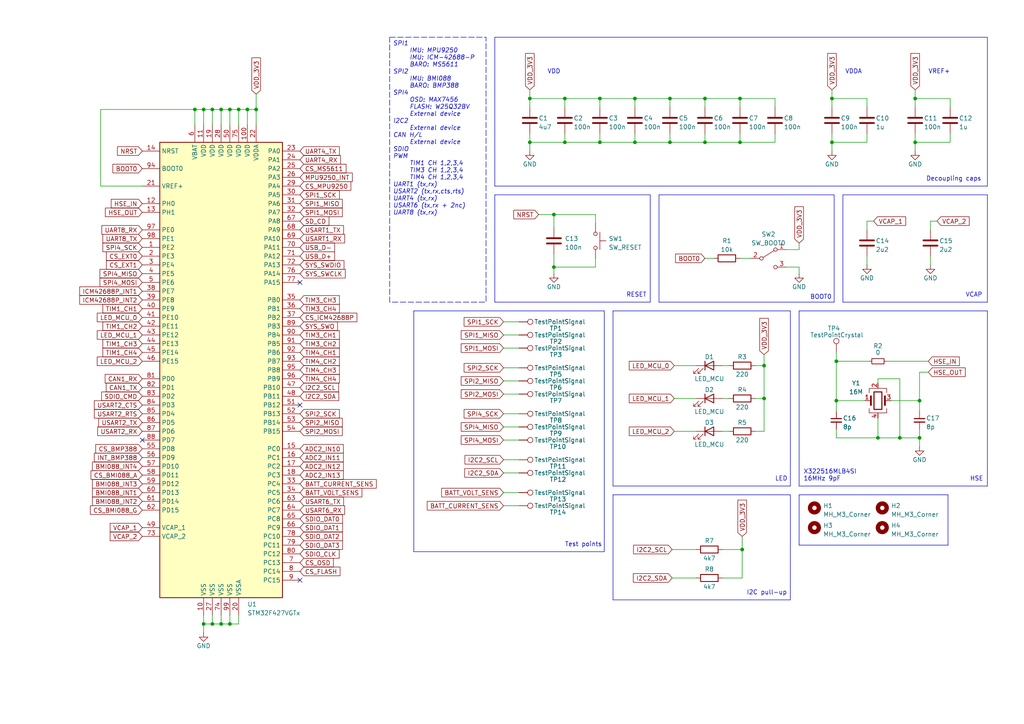
<source format=kicad_sch>
(kicad_sch (version 20230121) (generator eeschema)
  (paper "A4")
  (title_block (title "Royal Penguin") (date "2023-05-23") (rev "2.0") (company "Aerokitties"))
  (lib_symbols
    (symbol "Connector:TestPoint" (pin_numbers hide) (pin_names (offset 0.762) hide)
      (property "Reference" "TP" (at 0 6.858 0))
      (property "Value" "TestPoint" (at 0 5.08 0))
      (symbol "TestPoint_1_1"
        (pin passive line (at 0 0 90) (length 2.54) (name "1") (number "1"))
      )
    )
    (symbol "Device:C" (pin_numbers hide) (pin_names (offset 0.254))
      (property "Reference" "C" (at 0.635 2.54 0))
      (property "Value" "C" (at 0.635 -2.54 0))
      (symbol "C_1_1"
        (pin passive line (at 0 3.81 270) (length 2.794) (name "~") (number "1"))
        (pin passive line (at 0 -3.81 90) (length 2.794) (name "~") (number "2"))
      )
    )
    (symbol "Device:C_Small" (pin_numbers hide) (pin_names (offset 0.254) hide)
      (property "Reference" "C" (at 0.254 1.778 0))
      (property "Value" "C_Small" (at 0.254 -2.032 0))
      (symbol "C_Small_1_1"
        (pin passive line (at 0 2.54 270) (length 2.032) (name "~") (number "1"))
        (pin passive line (at 0 -2.54 90) (length 2.032) (name "~") (number "2"))
      )
    )
    (symbol "Device:Crystal_GND24" (pin_names (offset 1.016) hide)
      (property "Reference" "Y" (at 3.175 5.08 0))
      (property "Value" "Crystal_GND24" (at 3.175 3.175 0))
      (symbol "Crystal_GND24_1_1"
        (pin passive line (at -3.81 0 0) (length 1.27) (name "1") (number "1"))
        (pin passive line (at 0 5.08 270) (length 1.27) (name "2") (number "2"))
        (pin passive line (at 3.81 0 180) (length 1.27) (name "3") (number "3"))
        (pin passive line (at 0 -5.08 90) (length 1.27) (name "4") (number "4"))
      )
    )
    (symbol "Device:LED" (pin_numbers hide) (pin_names (offset 1.016) hide)
      (property "Reference" "D" (at 0 2.54 0))
      (property "Value" "LED" (at 0 -2.54 0))
      (symbol "LED_1_1"
        (pin passive line (at -3.81 0 0) (length 2.54) (name "K") (number "1"))
        (pin passive line (at 3.81 0 180) (length 2.54) (name "A") (number "2"))
      )
    )
    (symbol "Device:R" (pin_numbers hide) (pin_names (offset 0))
      (property "Reference" "R" (at 2.032 0 90))
      (property "Value" "R" (at 0 0 90))
      (symbol "R_1_1"
        (pin passive line (at 0 3.81 270) (length 1.27) (name "~") (number "1"))
        (pin passive line (at 0 -3.81 90) (length 1.27) (name "~") (number "2"))
      )
    )
    (symbol "Device:R_Small" (pin_numbers hide) (pin_names (offset 0.254) hide)
      (property "Reference" "R" (at 0.762 0.508 0))
      (property "Value" "R_Small" (at 0.762 -1.016 0))
      (symbol "R_Small_1_1"
        (pin passive line (at 0 2.54 270) (length 0.762) (name "~") (number "1"))
        (pin passive line (at 0 -2.54 90) (length 0.762) (name "~") (number "2"))
      )
    )
    (symbol "MCU_ST_STM32F4:STM32F427VGTx"
      (property "Reference" "U2" (at 7.62 -67.945 0))
      (property "Value" "STM32F427VGTx" (at 7.62 -70.485 0))
      (symbol "STM32F427VGTx_1_1"
        (pin bidirectional line (at -22.86 35.56 0) (length 5.08) (name "PE2") (number "1"))
        (pin power_in line (at -5.08 -71.12 90) (length 5.08) (name "VSS") (number "10"))
        (pin power_in line (at 7.62 71.12 270) (length 5.08) (name "VDD") (number "100"))
        (pin power_in line (at -5.08 71.12 270) (length 5.08) (name "VDD") (number "11"))
        (pin bidirectional line (at -22.86 48.26 0) (length 5.08) (name "PH0") (number "12"))
        (pin bidirectional line (at -22.86 45.72 0) (length 5.08) (name "PH1") (number "13"))
        (pin input line (at -22.86 63.5 0) (length 5.08) (name "NRST") (number "14"))
        (pin bidirectional line (at 22.86 -22.86 180) (length 5.08) (name "PC0") (number "15"))
        (pin bidirectional line (at 22.86 -25.4 180) (length 5.08) (name "PC1") (number "16"))
        (pin bidirectional line (at 22.86 -27.94 180) (length 5.08) (name "PC2") (number "17"))
        (pin bidirectional line (at 22.86 -30.48 180) (length 5.08) (name "PC3") (number "18"))
        (pin power_in line (at -2.54 71.12 270) (length 5.08) (name "VDD") (number "19"))
        (pin bidirectional line (at -22.86 33.02 0) (length 5.08) (name "PE3") (number "2"))
        (pin power_in line (at 5.08 -71.12 90) (length 5.08) (name "VSSA") (number "20"))
        (pin input line (at -22.86 53.34 0) (length 5.08) (name "VREF+") (number "21"))
        (pin power_in line (at 10.16 71.12 270) (length 5.08) (name "VDDA") (number "22"))
        (pin bidirectional line (at 22.86 63.5 180) (length 5.08) (name "PA0") (number "23"))
        (pin bidirectional line (at 22.86 60.96 180) (length 5.08) (name "PA1") (number "24"))
        (pin bidirectional line (at 22.86 58.42 180) (length 5.08) (name "PA2") (number "25"))
        (pin bidirectional line (at 22.86 55.88 180) (length 5.08) (name "PA3") (number "26"))
        (pin power_in line (at -2.54 -71.12 90) (length 5.08) (name "VSS") (number "27"))
        (pin power_in line (at 0 71.12 270) (length 5.08) (name "VDD") (number "28"))
        (pin bidirectional line (at 22.86 53.34 180) (length 5.08) (name "PA4") (number "29"))
        (pin bidirectional line (at -22.86 30.48 0) (length 5.08) (name "PE4") (number "3"))
        (pin bidirectional line (at 22.86 50.8 180) (length 5.08) (name "PA5") (number "30"))
        (pin bidirectional line (at 22.86 48.26 180) (length 5.08) (name "PA6") (number "31"))
        (pin bidirectional line (at 22.86 45.72 180) (length 5.08) (name "PA7") (number "32"))
        (pin bidirectional line (at 22.86 -33.02 180) (length 5.08) (name "PC4") (number "33"))
        (pin bidirectional line (at 22.86 -35.56 180) (length 5.08) (name "PC5") (number "34"))
        (pin bidirectional line (at 22.86 20.32 180) (length 5.08) (name "PB0") (number "35"))
        (pin bidirectional line (at 22.86 17.78 180) (length 5.08) (name "PB1") (number "36"))
        (pin bidirectional line (at 22.86 15.24 180) (length 5.08) (name "PB2") (number "37"))
        (pin bidirectional line (at -22.86 22.86 0) (length 5.08) (name "PE7") (number "38"))
        (pin bidirectional line (at -22.86 20.32 0) (length 5.08) (name "PE8") (number "39"))
        (pin bidirectional line (at -22.86 27.94 0) (length 5.08) (name "PE5") (number "4"))
        (pin bidirectional line (at -22.86 17.78 0) (length 5.08) (name "PE9") (number "40"))
        (pin bidirectional line (at -22.86 15.24 0) (length 5.08) (name "PE10") (number "41"))
        (pin bidirectional line (at -22.86 12.7 0) (length 5.08) (name "PE11") (number "42"))
        (pin bidirectional line (at -22.86 10.16 0) (length 5.08) (name "PE12") (number "43"))
        (pin bidirectional line (at -22.86 7.62 0) (length 5.08) (name "PE13") (number "44"))
        (pin bidirectional line (at -22.86 5.08 0) (length 5.08) (name "PE14") (number "45"))
        (pin bidirectional line (at -22.86 2.54 0) (length 5.08) (name "PE15") (number "46"))
        (pin bidirectional line (at 22.86 -5.08 180) (length 5.08) (name "PB10") (number "47"))
        (pin bidirectional line (at 22.86 -7.62 180) (length 5.08) (name "PB11") (number "48"))
        (pin power_out line (at -22.86 -45.72 0) (length 5.08) (name "VCAP_1") (number "49"))
        (pin bidirectional line (at -22.86 25.4 0) (length 5.08) (name "PE6") (number "5"))
        (pin power_in line (at 2.54 71.12 270) (length 5.08) (name "VDD") (number "50"))
        (pin bidirectional line (at 22.86 -10.16 180) (length 5.08) (name "PB12") (number "51"))
        (pin bidirectional line (at 22.86 -12.7 180) (length 5.08) (name "PB13") (number "52"))
        (pin bidirectional line (at 22.86 -15.24 180) (length 5.08) (name "PB14") (number "53"))
        (pin bidirectional line (at 22.86 -17.78 180) (length 5.08) (name "PB15") (number "54"))
        (pin bidirectional line (at -22.86 -22.86 0) (length 5.08) (name "PD8") (number "55"))
        (pin bidirectional line (at -22.86 -25.4 0) (length 5.08) (name "PD9") (number "56"))
        (pin bidirectional line (at -22.86 -27.94 0) (length 5.08) (name "PD10") (number "57"))
        (pin bidirectional line (at -22.86 -30.48 0) (length 5.08) (name "PD11") (number "58"))
        (pin bidirectional line (at -22.86 -33.02 0) (length 5.08) (name "PD12") (number "59"))
        (pin power_in line (at -7.62 71.12 270) (length 5.08) (name "VBAT") (number "6"))
        (pin bidirectional line (at -22.86 -35.56 0) (length 5.08) (name "PD13") (number "60"))
        (pin bidirectional line (at -22.86 -38.1 0) (length 5.08) (name "PD14") (number "61"))
        (pin bidirectional line (at -22.86 -40.64 0) (length 5.08) (name "PD15") (number "62"))
        (pin bidirectional line (at 22.86 -38.1 180) (length 5.08) (name "PC6") (number "63"))
        (pin bidirectional line (at 22.86 -40.64 180) (length 5.08) (name "PC7") (number "64"))
        (pin bidirectional line (at 22.86 -43.18 180) (length 5.08) (name "PC8") (number "65"))
        (pin bidirectional line (at 22.86 -45.72 180) (length 5.08) (name "PC9") (number "66"))
        (pin bidirectional line (at 22.86 43.18 180) (length 5.08) (name "PA8") (number "67"))
        (pin bidirectional line (at 22.86 40.64 180) (length 5.08) (name "PA9") (number "68"))
        (pin bidirectional line (at 22.86 38.1 180) (length 5.08) (name "PA10") (number "69"))
        (pin bidirectional line (at 22.86 -55.88 180) (length 5.08) (name "PC13") (number "7"))
        (pin bidirectional line (at 22.86 35.56 180) (length 5.08) (name "PA11") (number "70"))
        (pin bidirectional line (at 22.86 33.02 180) (length 5.08) (name "PA12") (number "71"))
        (pin bidirectional line (at 22.86 30.48 180) (length 5.08) (name "PA13") (number "72"))
        (pin power_out line (at -22.86 -48.26 0) (length 5.08) (name "VCAP_2") (number "73"))
        (pin power_in line (at 0 -71.12 90) (length 5.08) (name "VSS") (number "74"))
        (pin power_in line (at 5.08 71.12 270) (length 5.08) (name "VDD") (number "75"))
        (pin bidirectional line (at 22.86 27.94 180) (length 5.08) (name "PA14") (number "76"))
        (pin bidirectional line (at 22.86 25.4 180) (length 5.08) (name "PA15") (number "77"))
        (pin bidirectional line (at 22.86 -48.26 180) (length 5.08) (name "PC10") (number "78"))
        (pin bidirectional line (at 22.86 -50.8 180) (length 5.08) (name "PC11") (number "79"))
        (pin bidirectional line (at 22.86 -58.42 180) (length 5.08) (name "PC14") (number "8"))
        (pin bidirectional line (at 22.86 -53.34 180) (length 5.08) (name "PC12") (number "80"))
        (pin bidirectional line (at -22.86 -2.54 0) (length 5.08) (name "PD0") (number "81"))
        (pin bidirectional line (at -22.86 -5.08 0) (length 5.08) (name "PD1") (number "82"))
        (pin bidirectional line (at -22.86 -7.62 0) (length 5.08) (name "PD2") (number "83"))
        (pin bidirectional line (at -22.86 -10.16 0) (length 5.08) (name "PD3") (number "84"))
        (pin bidirectional line (at -22.86 -12.7 0) (length 5.08) (name "PD4") (number "85"))
        (pin bidirectional line (at -22.86 -15.24 0) (length 5.08) (name "PD5") (number "86"))
        (pin bidirectional line (at -22.86 -17.78 0) (length 5.08) (name "PD6") (number "87"))
        (pin bidirectional line (at -22.86 -20.32 0) (length 5.08) (name "PD7") (number "88"))
        (pin bidirectional line (at 22.86 12.7 180) (length 5.08) (name "PB3") (number "89"))
        (pin bidirectional line (at 22.86 -60.96 180) (length 5.08) (name "PC15") (number "9"))
        (pin bidirectional line (at 22.86 10.16 180) (length 5.08) (name "PB4") (number "90"))
        (pin bidirectional line (at 22.86 7.62 180) (length 5.08) (name "PB5") (number "91"))
        (pin bidirectional line (at 22.86 5.08 180) (length 5.08) (name "PB6") (number "92"))
        (pin bidirectional line (at 22.86 2.54 180) (length 5.08) (name "PB7") (number "93"))
        (pin input line (at -22.86 58.42 0) (length 5.08) (name "BOOT0") (number "94"))
        (pin bidirectional line (at 22.86 0 180) (length 5.08) (name "PB8") (number "95"))
        (pin bidirectional line (at 22.86 -2.54 180) (length 5.08) (name "PB9") (number "96"))
        (pin bidirectional line (at -22.86 40.64 0) (length 5.08) (name "PE0") (number "97"))
        (pin bidirectional line (at -22.86 38.1 0) (length 5.08) (name "PE1") (number "98"))
        (pin power_in line (at 2.54 -71.12 90) (length 5.08) (name "VSS") (number "99"))
      )
    )
    (symbol "Mechanical:MountingHole" (pin_names (offset 1.016))
      (property "Reference" "H" (at 0 5.08 0))
      (property "Value" "MountingHole" (at 0 3.175 0))
    )
    (symbol "Switch:SW_Push" (pin_numbers hide) (pin_names (offset 1.016) hide)
      (property "Reference" "SW" (at 1.27 2.54 0))
      (property "Value" "SW_Push" (at 0 -1.524 0))
      (symbol "SW_Push_0_1"
        (pin passive line (at -5.08 0 0) (length 2.54) (name "1") (number "1"))
        (pin passive line (at 5.08 0 180) (length 2.54) (name "2") (number "2"))
      )
    )
    (symbol "Switch:SW_SPDT" (pin_names (offset 0) hide)
      (property "Reference" "SW" (at 0 4.318 0))
      (property "Value" "SW_SPDT" (at 0 -5.08 0))
      (symbol "SW_SPDT_1_1"
        (pin passive line (at 5.08 2.54 180) (length 2.54) (name "A") (number "1"))
        (pin passive line (at -5.08 0 0) (length 2.54) (name "B") (number "2"))
        (pin passive line (at 5.08 -2.54 180) (length 2.54) (name "C") (number "3"))
      )
    )
    (symbol "power:GND" (power) (pin_names (offset 0))
      (property "Value" "GND" (at 0 -3.81 0))
      (symbol "GND_1_1"
        (pin power_in line (at 0 0 270) (length 0) hide (name "GND") (number "1"))
      )
    )
  )
  (junction (at 265.43 28.575))
  (junction (at 221.615 106.045))
  (junction (at 64.135 31.75))
  (junction (at 266.7 127))
  (junction (at 69.215 31.75))
  (junction (at 242.57 116.205))
  (junction (at 260.985 127))
  (junction (at 194.31 28.575))
  (junction (at 214.63 28.575))
  (junction (at 241.3 28.575))
  (junction (at 194.31 41.275))
  (junction (at 66.675 31.75))
  (junction (at 184.15 41.275))
  (junction (at 64.135 180.975))
  (junction (at 160.655 62.23))
  (junction (at 66.675 180.975))
  (junction (at 163.83 41.275))
  (junction (at 254.635 127))
  (junction (at 204.47 41.275))
  (junction (at 214.63 41.275))
  (junction (at 61.595 180.975))
  (junction (at 56.515 31.75))
  (junction (at 265.43 41.275))
  (junction (at 59.055 180.975))
  (junction (at 160.655 77.47))
  (junction (at 61.595 31.75))
  (junction (at 184.15 28.575))
  (junction (at 59.055 31.75))
  (junction (at 204.47 28.575))
  (junction (at 163.83 28.575))
  (junction (at 153.67 41.275))
  (junction (at 242.57 104.775))
  (junction (at 241.3 41.275))
  (junction (at 173.99 28.575))
  (junction (at 153.67 28.575))
  (junction (at 173.99 41.275))
  (junction (at 215.265 159.385))
  (junction (at 74.295 31.75))
  (junction (at 221.615 115.57))
  (junction (at 71.755 31.75))
  (junction (at 266.7 116.205))
  (no_connect (at 86.995 168.275))
  (no_connect (at 41.275 127.635))
  (no_connect (at 86.995 81.915))
  (no_connect (at 86.995 117.475))
  (wire (pts (xy 59.055 31.75) (xy 59.055 36.195)))
  (polyline (pts (xy 188.595 56.515) (xy 188.595 87.63)))
  (wire (pts (xy 69.215 31.75) (xy 69.215 36.195)))
  (polyline (pts (xy 177.8 143.51) (xy 229.235 143.51)))
  (wire (pts (xy 153.67 28.575) (xy 163.83 28.575)))
  (polyline (pts (xy 177.8 143.51) (xy 177.8 173.99)))
  (wire (pts (xy 172.72 77.47) (xy 172.72 74.93)))
  (wire (pts (xy 266.7 116.205) (xy 266.7 119.38)))
  (wire (pts (xy 173.99 38.735) (xy 173.99 41.275)))
  (wire (pts (xy 61.595 180.975) (xy 64.135 180.975)))
  (wire (pts (xy 215.265 155.575) (xy 215.265 159.385)))
  (wire (pts (xy 150.495 93.345) (xy 146.05 93.345)))
  (wire (pts (xy 269.875 64.135) (xy 269.875 66.675)))
  (wire (pts (xy 41.275 53.975) (xy 29.21 53.975)))
  (wire (pts (xy 66.675 180.975) (xy 66.675 178.435)))
  (wire (pts (xy 195.58 115.57) (xy 201.93 115.57)))
  (wire (pts (xy 251.46 38.735) (xy 251.46 41.275)))
  (polyline (pts (xy 241.935 56.515) (xy 191.135 56.515)))
  (wire (pts (xy 258.445 116.205) (xy 266.7 116.205)))
  (wire (pts (xy 172.72 62.23) (xy 172.72 64.77)))
  (wire (pts (xy 153.67 31.115) (xy 153.67 28.575)))
  (wire (pts (xy 153.67 41.275) (xy 153.67 38.735)))
  (wire (pts (xy 224.79 28.575) (xy 224.79 31.115)))
  (wire (pts (xy 265.43 28.575) (xy 275.59 28.575)))
  (wire (pts (xy 71.755 31.75) (xy 74.295 31.75)))
  (wire (pts (xy 150.495 146.685) (xy 146.05 146.685)))
  (wire (pts (xy 241.3 41.275) (xy 241.3 38.735)))
  (wire (pts (xy 204.47 41.275) (xy 194.31 41.275)))
  (polyline (pts (xy 120.015 160.02) (xy 175.26 160.02)))
  (wire (pts (xy 150.495 133.35) (xy 146.05 133.35)))
  (wire (pts (xy 241.3 28.575) (xy 241.3 26.035)))
  (wire (pts (xy 214.63 28.575) (xy 224.79 28.575)))
  (wire (pts (xy 56.515 31.75) (xy 29.21 31.75)))
  (wire (pts (xy 227.965 72.39) (xy 231.775 72.39)))
  (wire (pts (xy 195.58 106.045) (xy 201.93 106.045)))
  (wire (pts (xy 251.46 74.295) (xy 251.46 76.835)))
  (wire (pts (xy 231.775 72.39) (xy 231.775 70.485)))
  (wire (pts (xy 61.595 178.435) (xy 61.595 180.975)))
  (wire (pts (xy 214.63 38.735) (xy 214.63 41.275)))
  (wire (pts (xy 150.495 97.155) (xy 146.05 97.155)))
  (polyline (pts (xy 286.385 10.795) (xy 286.385 53.975)))
  (wire (pts (xy 64.135 180.975) (xy 66.675 180.975)))
  (wire (pts (xy 219.075 115.57) (xy 221.615 115.57)))
  (wire (pts (xy 242.57 127) (xy 254.635 127)))
  (wire (pts (xy 266.7 127) (xy 266.7 129.54)))
  (wire (pts (xy 266.7 116.205) (xy 266.7 107.95)))
  (wire (pts (xy 204.47 38.735) (xy 204.47 41.275)))
  (polyline (pts (xy 286.385 87.63) (xy 244.475 87.63)))
  (wire (pts (xy 163.83 38.735) (xy 163.83 41.275)))
  (polyline (pts (xy 286.385 90.17) (xy 286.385 140.97)))
  (wire (pts (xy 221.615 102.87) (xy 221.615 106.045)))
  (polyline (pts (xy 274.955 158.115) (xy 231.775 158.115)))
  (wire (pts (xy 265.43 41.275) (xy 265.43 38.735)))
  (wire (pts (xy 265.43 31.115) (xy 265.43 28.575)))
  (polyline (pts (xy 143.51 10.795) (xy 286.385 10.795)))
  (wire (pts (xy 184.15 38.735) (xy 184.15 41.275)))
  (wire (pts (xy 224.79 41.275) (xy 214.63 41.275)))
  (wire (pts (xy 160.655 62.23) (xy 160.655 66.04)))
  (polyline (pts (xy 229.235 173.99) (xy 177.8 173.99)))
  (wire (pts (xy 204.47 28.575) (xy 204.47 31.115)))
  (wire (pts (xy 160.655 77.47) (xy 172.72 77.47)))
  (wire (pts (xy 242.57 104.775) (xy 252.095 104.775)))
  (wire (pts (xy 64.135 178.435) (xy 64.135 180.975)))
  (polyline (pts (xy 177.8 90.17) (xy 229.235 90.17)))
  (wire (pts (xy 241.3 43.815) (xy 241.3 41.275)))
  (polyline (pts (xy 175.26 90.17) (xy 175.26 160.02)))
  (wire (pts (xy 156.21 62.23) (xy 160.655 62.23)))
  (wire (pts (xy 209.55 106.045) (xy 211.455 106.045)))
  (polyline (pts (xy 274.955 143.51) (xy 274.955 158.115)))
  (wire (pts (xy 150.495 127.635) (xy 146.05 127.635)))
  (wire (pts (xy 150.495 106.68) (xy 146.05 106.68)))
  (wire (pts (xy 242.57 116.205) (xy 242.57 119.38)))
  (polyline (pts (xy 143.51 56.515) (xy 188.595 56.515)))
  (polyline (pts (xy 241.935 56.515) (xy 241.935 87.63)))
  (polyline (pts (xy 143.51 56.515) (xy 143.51 87.63)))
  (wire (pts (xy 173.99 41.275) (xy 163.83 41.275)))
  (wire (pts (xy 66.675 31.75) (xy 69.215 31.75)))
  (wire (pts (xy 260.985 109.855) (xy 260.985 127)))
  (wire (pts (xy 194.31 38.735) (xy 194.31 41.275)))
  (polyline (pts (xy 244.475 56.515) (xy 286.385 56.515)))
  (wire (pts (xy 242.57 124.46) (xy 242.57 127)))
  (wire (pts (xy 214.63 41.275) (xy 204.47 41.275)))
  (wire (pts (xy 269.875 74.295) (xy 269.875 76.835)))
  (wire (pts (xy 160.655 62.23) (xy 172.72 62.23)))
  (wire (pts (xy 64.135 31.75) (xy 64.135 36.195)))
  (polyline (pts (xy 231.775 90.17) (xy 231.775 140.97)))
  (wire (pts (xy 153.67 28.575) (xy 153.67 26.035)))
  (polyline (pts (xy 286.385 53.975) (xy 143.51 53.975)))
  (wire (pts (xy 254.635 111.125) (xy 254.635 109.855)))
  (polyline (pts (xy 177.8 140.97) (xy 229.235 140.97)))
  (polyline (pts (xy 231.775 140.97) (xy 286.385 140.97)))
  (wire (pts (xy 204.47 74.93) (xy 207.01 74.93)))
  (wire (pts (xy 59.055 180.975) (xy 61.595 180.975)))
  (wire (pts (xy 163.83 28.575) (xy 173.99 28.575)))
  (wire (pts (xy 209.55 115.57) (xy 211.455 115.57)))
  (wire (pts (xy 150.495 110.49) (xy 146.05 110.49)))
  (polyline (pts (xy 286.385 56.515) (xy 286.385 87.63)))
  (wire (pts (xy 221.615 115.57) (xy 221.615 125.095)))
  (wire (pts (xy 254.635 109.855) (xy 260.985 109.855)))
  (wire (pts (xy 59.055 31.75) (xy 61.595 31.75)))
  (wire (pts (xy 275.59 38.735) (xy 275.59 41.275)))
  (wire (pts (xy 221.615 106.045) (xy 221.615 115.57)))
  (wire (pts (xy 251.46 64.135) (xy 251.46 66.675)))
  (wire (pts (xy 153.67 43.815) (xy 153.67 41.275)))
  (wire (pts (xy 242.57 116.205) (xy 250.825 116.205)))
  (wire (pts (xy 71.755 31.75) (xy 71.755 36.195)))
  (wire (pts (xy 160.655 73.66) (xy 160.655 77.47)))
  (wire (pts (xy 195.58 125.095) (xy 201.93 125.095)))
  (wire (pts (xy 194.31 28.575) (xy 194.31 31.115)))
  (wire (pts (xy 275.59 41.275) (xy 265.43 41.275)))
  (wire (pts (xy 214.63 28.575) (xy 214.63 31.115)))
  (wire (pts (xy 275.59 28.575) (xy 275.59 31.115)))
  (wire (pts (xy 184.15 41.275) (xy 173.99 41.275)))
  (wire (pts (xy 173.99 28.575) (xy 173.99 31.115)))
  (wire (pts (xy 194.945 167.64) (xy 201.93 167.64)))
  (wire (pts (xy 59.055 180.975) (xy 59.055 183.515)))
  (wire (pts (xy 254.635 121.285) (xy 254.635 127)))
  (wire (pts (xy 56.515 31.75) (xy 59.055 31.75)))
  (polyline (pts (xy 191.135 56.515) (xy 191.135 87.63)))
  (wire (pts (xy 74.295 27.305) (xy 74.295 31.75)))
  (wire (pts (xy 29.21 31.75) (xy 29.21 53.975)))
  (wire (pts (xy 194.31 41.275) (xy 184.15 41.275)))
  (polyline (pts (xy 120.015 160.02) (xy 120.015 90.17)))
  (wire (pts (xy 61.595 31.75) (xy 64.135 31.75)))
  (wire (pts (xy 260.985 127) (xy 254.635 127)))
  (wire (pts (xy 215.265 167.64) (xy 215.265 159.385)))
  (wire (pts (xy 194.945 159.385) (xy 201.93 159.385)))
  (wire (pts (xy 209.55 159.385) (xy 215.265 159.385)))
  (wire (pts (xy 64.135 31.75) (xy 66.675 31.75)))
  (wire (pts (xy 266.7 124.46) (xy 266.7 127)))
  (wire (pts (xy 150.495 100.965) (xy 146.05 100.965)))
  (wire (pts (xy 150.495 142.875) (xy 146.05 142.875)))
  (wire (pts (xy 150.495 114.3) (xy 146.05 114.3)))
  (wire (pts (xy 260.985 127) (xy 266.7 127)))
  (wire (pts (xy 163.83 28.575) (xy 163.83 31.115)))
  (wire (pts (xy 251.46 28.575) (xy 251.46 31.115)))
  (wire (pts (xy 69.215 178.435) (xy 69.215 180.975)))
  (polyline (pts (xy 229.235 90.17) (xy 229.235 140.97)))
  (wire (pts (xy 184.15 28.575) (xy 194.31 28.575)))
  (polyline (pts (xy 191.135 87.63) (xy 241.935 87.63)))
  (wire (pts (xy 241.3 31.115) (xy 241.3 28.575)))
  (polyline (pts (xy 231.775 143.51) (xy 231.775 158.115)))
  (wire (pts (xy 269.875 64.135) (xy 271.78 64.135)))
  (wire (pts (xy 251.46 64.135) (xy 253.365 64.135)))
  (polyline (pts (xy 177.8 140.97) (xy 177.8 90.17)))
  (wire (pts (xy 209.55 167.64) (xy 215.265 167.64)))
  (wire (pts (xy 150.495 137.16) (xy 146.05 137.16)))
  (wire (pts (xy 251.46 41.275) (xy 241.3 41.275)))
  (wire (pts (xy 241.3 28.575) (xy 251.46 28.575)))
  (wire (pts (xy 219.075 125.095) (xy 221.615 125.095)))
  (wire (pts (xy 219.075 106.045) (xy 221.615 106.045)))
  (wire (pts (xy 69.215 180.975) (xy 66.675 180.975)))
  (wire (pts (xy 150.495 123.825) (xy 146.05 123.825)))
  (polyline (pts (xy 229.235 143.51) (xy 229.235 173.99)))
  (polyline (pts (xy 286.385 90.17) (xy 231.775 90.17)))
  (wire (pts (xy 204.47 28.575) (xy 214.63 28.575)))
  (wire (pts (xy 69.215 31.75) (xy 71.755 31.75)))
  (wire (pts (xy 163.83 41.275) (xy 153.67 41.275)))
  (polyline (pts (xy 188.595 87.63) (xy 143.51 87.63)))
  (wire (pts (xy 59.055 178.435) (xy 59.055 180.975)))
  (wire (pts (xy 184.15 28.575) (xy 184.15 31.115)))
  (wire (pts (xy 194.31 28.575) (xy 204.47 28.575)))
  (wire (pts (xy 214.63 74.93) (xy 217.805 74.93)))
  (wire (pts (xy 242.57 116.205) (xy 242.57 104.775)))
  (wire (pts (xy 160.655 77.47) (xy 160.655 79.375)))
  (wire (pts (xy 209.55 125.095) (xy 211.455 125.095)))
  (wire (pts (xy 224.79 38.735) (xy 224.79 41.275)))
  (wire (pts (xy 257.175 104.775) (xy 269.24 104.775)))
  (polyline (pts (xy 143.51 10.795) (xy 143.51 53.975)))
  (wire (pts (xy 173.99 28.575) (xy 184.15 28.575)))
  (wire (pts (xy 61.595 31.75) (xy 61.595 36.195)))
  (wire (pts (xy 231.775 79.375) (xy 231.775 77.47)))
  (polyline (pts (xy 120.015 90.17) (xy 175.26 90.17)))
  (polyline (pts (xy 231.775 143.51) (xy 274.955 143.51)))
  (wire (pts (xy 266.7 107.95) (xy 269.24 107.95)))
  (wire (pts (xy 56.515 36.195) (xy 56.515 31.75)))
  (wire (pts (xy 242.57 102.235) (xy 242.57 104.775)))
  (polyline (pts (xy 244.475 56.515) (xy 244.475 87.63)))
  (wire (pts (xy 265.43 43.815) (xy 265.43 41.275)))
  (wire (pts (xy 150.495 120.015) (xy 146.05 120.015)))
  (wire (pts (xy 66.675 31.75) (xy 66.675 36.195)))
  (wire (pts (xy 227.965 77.47) (xy 231.775 77.47)))
  (wire (pts (xy 74.295 31.75) (xy 74.295 36.195)))
  (wire (pts (xy 265.43 28.575) (xy 265.43 26.035)))
  (text_box "SPI1\n	IMU: MPU9250\n	IMU: ICM-42688-P\n	BARO: MS5611\nSPI2\n	IMU: BMI088\n	BARO: BMP388\nSPI4\n	OSD: MAX7456\n	FLASH: W25Q32BV\n	External device\nI2C2\n	External device\nCAN H/L\n	External device\nSDIO\nPWM\n	TIM1 CH 1,2,3,4\n	TIM3 CH 1,2,3,4\n	TIM4 CH 1,2,3,4\nUART1 (tx,rx)\nUSART2 (tx,rx,cts,rts)\nUART4 (tx,rx)\nUSART6 (tx,rx + 2nc)\nUART8 (tx,rx)" (at 113.03 10.795 0) (size 27.94 76.835) (stroke (width 0) (type dash)) (effects (font (size 1.27 1.27) italic) (justify left top)))
  (text "Test points" (at 163.83 158.75 0) (effects (font (size 1.27 1.27)) (justify left bottom)))
  (text "HSE \n" (at 281.305 139.7 0) (effects (font (size 1.27 1.27)) (justify left bottom)))
  (text "VCAP" (at 280.035 86.36 0) (effects (font (size 1.27 1.27)) (justify left bottom)))
  (text "BOOT0" (at 234.95 86.995 0) (effects (font (size 1.27 1.27)) (justify left bottom)))
  (text "I2C pull-up" (at 216.535 172.72 0) (effects (font (size 1.27 1.27)) (justify left bottom)))
  (text "X322516MLB4SI\n16MHz 9pF" (at 233.045 139.7 0) (effects (font (size 1.27 1.27)) (justify left bottom)))
  (text "RESET" (at 181.61 86.36 0) (effects (font (size 1.27 1.27)) (justify left bottom)))
  (text "LED" (at 224.79 139.7 0) (effects (font (size 1.27 1.27)) (justify left bottom)))
  (text "VREF+" (at 269.24 21.59 0) (effects (font (size 1.27 1.27)) (justify left bottom)))
  (text "VDD" (at 158.75 21.59 0) (effects (font (size 1.27 1.27)) (justify left bottom)))
  (text "Decoupling caps" (at 268.605 52.705 0) (effects (font (size 1.27 1.27)) (justify left bottom)))
  (text "VDDA" (at 245.11 21.59 0) (effects (font (size 1.27 1.27)) (justify left bottom)))
  (global_label "VDD_3V3" (shape input) (at 231.775 70.485 90) (property "Intersheetrefs" "${INTERSHEET_REFS}" (effects hide)))
  (global_label "HSE_IN" (shape input) (at 269.24 104.775 0) (property "Intersheetrefs" "${INTERSHEET_REFS}" (effects hide)))
  (global_label "ADC2_IN13" (shape input) (at 86.995 137.795 0) (property "Intersheetrefs" "${INTERSHEET_REFS}" (effects hide)))
  (global_label "BOOT0" (shape input) (at 204.47 74.93 180) (property "Intersheetrefs" "${INTERSHEET_REFS}" (effects hide)))
  (global_label "UART4_TX" (shape input) (at 86.995 43.815 0) (property "Intersheetrefs" "${INTERSHEET_REFS}" (effects hide)))
  (global_label "I2C2_SCL" (shape input) (at 194.945 159.385 180) (property "Intersheetrefs" "${INTERSHEET_REFS}" (effects hide)))
  (global_label "SPI4_MOSI" (shape input) (at 41.275 81.915 180) (property "Intersheetrefs" "${INTERSHEET_REFS}" (effects hide)))
  (global_label "SDIO_DAT0" (shape input) (at 86.995 150.495 0) (property "Intersheetrefs" "${INTERSHEET_REFS}" (effects hide)))
  (global_label "BMI088_INT4" (shape input) (at 41.275 135.255 180) (property "Intersheetrefs" "${INTERSHEET_REFS}" (effects hide)))
  (global_label "CS_EXT1" (shape input) (at 41.275 76.835 180) (property "Intersheetrefs" "${INTERSHEET_REFS}" (effects hide)))
  (global_label "CS_BMI088_A" (shape input) (at 41.275 137.795 180) (property "Intersheetrefs" "${INTERSHEET_REFS}" (effects hide)))
  (global_label "VDD_3V3" (shape input) (at 221.615 102.87 90) (property "Intersheetrefs" "${INTERSHEET_REFS}" (effects hide)))
  (global_label "VDD_3V3" (shape input) (at 153.67 26.035 90) (property "Intersheetrefs" "${INTERSHEET_REFS}" (effects hide)))
  (global_label "SPI1_MOSI" (shape input) (at 146.05 100.965 180) (property "Intersheetrefs" "${INTERSHEET_REFS}" (effects hide)))
  (global_label "SPI2_SCK" (shape input) (at 86.995 120.015 0) (property "Intersheetrefs" "${INTERSHEET_REFS}" (effects hide)))
  (global_label "LED_MCU_0" (shape input) (at 195.58 106.045 180) (property "Intersheetrefs" "${INTERSHEET_REFS}" (effects hide)))
  (global_label "VDD_3V3" (shape input) (at 241.3 26.035 90) (property "Intersheetrefs" "${INTERSHEET_REFS}" (effects hide)))
  (global_label "BATT_VOLT_SENS" (shape input) (at 146.05 142.875 180) (property "Intersheetrefs" "${INTERSHEET_REFS}" (effects hide)))
  (global_label "UART8_RX" (shape input) (at 41.275 66.675 180) (property "Intersheetrefs" "${INTERSHEET_REFS}" (effects hide)))
  (global_label "VCAP_2" (shape input) (at 41.275 155.575 180) (property "Intersheetrefs" "${INTERSHEET_REFS}" (effects hide)))
  (global_label "SPI1_MISO" (shape input) (at 146.05 97.155 180) (property "Intersheetrefs" "${INTERSHEET_REFS}" (effects hide)))
  (global_label "LED_MCU_2" (shape input) (at 41.275 104.775 180) (property "Intersheetrefs" "${INTERSHEET_REFS}" (effects hide)))
  (global_label "VDD_3V3" (shape input) (at 74.295 27.305 90) (property "Intersheetrefs" "${INTERSHEET_REFS}" (effects hide)))
  (global_label "SPI2_MOSI" (shape input) (at 146.05 114.3 180) (property "Intersheetrefs" "${INTERSHEET_REFS}" (effects hide)))
  (global_label "USART2_CTS" (shape input) (at 41.275 117.475 180) (property "Intersheetrefs" "${INTERSHEET_REFS}" (effects hide)))
  (global_label "BATT_CURRENT_SENS" (shape input) (at 146.05 146.685 180) (property "Intersheetrefs" "${INTERSHEET_REFS}" (effects hide)))
  (global_label "NRST" (shape input) (at 41.275 43.815 180) (property "Intersheetrefs" "${INTERSHEET_REFS}" (effects hide)))
  (global_label "VDD_3V3" (shape input) (at 265.43 26.035 90) (property "Intersheetrefs" "${INTERSHEET_REFS}" (effects hide)))
  (global_label "TIM1_CH1" (shape input) (at 41.275 89.535 180) (property "Intersheetrefs" "${INTERSHEET_REFS}" (effects hide)))
  (global_label "SPI4_MISO" (shape input) (at 146.05 123.825 180) (property "Intersheetrefs" "${INTERSHEET_REFS}" (effects hide)))
  (global_label "CAN1_TX" (shape input) (at 41.275 112.395 180) (property "Intersheetrefs" "${INTERSHEET_REFS}" (effects hide)))
  (global_label "USART2_TX" (shape input) (at 41.275 122.555 180) (property "Intersheetrefs" "${INTERSHEET_REFS}" (effects hide)))
  (global_label "I2C2_SCL" (shape input) (at 146.05 133.35 180) (property "Intersheetrefs" "${INTERSHEET_REFS}" (effects hide)))
  (global_label "CS_BMI088_G" (shape input) (at 41.275 147.955 180) (property "Intersheetrefs" "${INTERSHEET_REFS}" (effects hide)))
  (global_label "CS_FLASH" (shape input) (at 86.995 165.735 0) (property "Intersheetrefs" "${INTERSHEET_REFS}" (effects hide)))
  (global_label "SDIO_DAT2" (shape input) (at 86.995 155.575 0) (property "Intersheetrefs" "${INTERSHEET_REFS}" (effects hide)))
  (global_label "SPI4_MISO" (shape input) (at 41.275 79.375 180) (property "Intersheetrefs" "${INTERSHEET_REFS}" (effects hide)))
  (global_label "VCAP_2" (shape input) (at 271.78 64.135 0) (property "Intersheetrefs" "${INTERSHEET_REFS}" (effects hide)))
  (global_label "CS_OSD" (shape input) (at 86.995 163.195 0) (property "Intersheetrefs" "${INTERSHEET_REFS}" (effects hide)))
  (global_label "USART1_TX" (shape input) (at 86.995 66.675 0) (property "Intersheetrefs" "${INTERSHEET_REFS}" (effects hide)))
  (global_label "USART2_RX" (shape input) (at 41.275 125.095 180) (property "Intersheetrefs" "${INTERSHEET_REFS}" (effects hide)))
  (global_label "USART2_RTS" (shape input) (at 41.275 120.015 180) (property "Intersheetrefs" "${INTERSHEET_REFS}" (effects hide)))
  (global_label "I2C2_SDA" (shape input) (at 194.945 167.64 180) (property "Intersheetrefs" "${INTERSHEET_REFS}" (effects hide)))
  (global_label "SPI2_MISO" (shape input) (at 86.995 122.555 0) (property "Intersheetrefs" "${INTERSHEET_REFS}" (effects hide)))
  (global_label "USB_D+" (shape input) (at 86.995 74.295 0) (property "Intersheetrefs" "${INTERSHEET_REFS}" (effects hide)))
  (global_label "BATT_CURRENT_SENS" (shape input) (at 86.995 140.335 0) (property "Intersheetrefs" "${INTERSHEET_REFS}" (effects hide)))
  (global_label "TIM4_CH1" (shape input) (at 86.995 102.235 0) (property "Intersheetrefs" "${INTERSHEET_REFS}" (effects hide)))
  (global_label "TIM3_CH2" (shape input) (at 86.995 99.695 0) (property "Intersheetrefs" "${INTERSHEET_REFS}" (effects hide)))
  (global_label "INT_BMP388" (shape input) (at 41.275 132.715 180) (property "Intersheetrefs" "${INTERSHEET_REFS}" (effects hide)))
  (global_label "TIM3_CH4" (shape input) (at 86.995 89.535 0) (property "Intersheetrefs" "${INTERSHEET_REFS}" (effects hide)))
  (global_label "TIM3_CH1" (shape input) (at 86.995 97.155 0) (property "Intersheetrefs" "${INTERSHEET_REFS}" (effects hide)))
  (global_label "LED_MCU_0" (shape input) (at 41.275 92.075 180) (property "Intersheetrefs" "${INTERSHEET_REFS}" (effects hide)))
  (global_label "BOOT0" (shape input) (at 41.275 48.895 180) (property "Intersheetrefs" "${INTERSHEET_REFS}" (effects hide)))
  (global_label "VDD_3V3" (shape input) (at 215.265 155.575 90) (property "Intersheetrefs" "${INTERSHEET_REFS}" (effects hide)))
  (global_label "BATT_VOLT_SENS" (shape input) (at 86.995 142.875 0) (property "Intersheetrefs" "${INTERSHEET_REFS}" (effects hide)))
  (global_label "I2C2_SDA" (shape input) (at 86.995 114.935 0) (property "Intersheetrefs" "${INTERSHEET_REFS}" (effects hide)))
  (global_label "TIM4_CH2" (shape input) (at 86.995 104.775 0) (property "Intersheetrefs" "${INTERSHEET_REFS}" (effects hide)))
  (global_label "CS_EXT0" (shape input) (at 41.275 74.295 180) (property "Intersheetrefs" "${INTERSHEET_REFS}" (effects hide)))
  (global_label "SYS_SWCLK" (shape input) (at 86.995 79.375 0) (property "Intersheetrefs" "${INTERSHEET_REFS}" (effects hide)))
  (global_label "ADC2_IN10" (shape input) (at 86.995 130.175 0) (property "Intersheetrefs" "${INTERSHEET_REFS}" (effects hide)))
  (global_label "BMI088_INT1" (shape input) (at 41.275 142.875 180) (property "Intersheetrefs" "${INTERSHEET_REFS}" (effects hide)))
  (global_label "USART1_RX" (shape input) (at 86.995 69.215 0) (property "Intersheetrefs" "${INTERSHEET_REFS}" (effects hide)))
  (global_label "CS_MS5611" (shape input) (at 86.995 48.895 0) (property "Intersheetrefs" "${INTERSHEET_REFS}" (effects hide)))
  (global_label "BMI088_INT3" (shape input) (at 41.275 140.335 180) (property "Intersheetrefs" "${INTERSHEET_REFS}" (effects hide)))
  (global_label "TIM1_CH2" (shape input) (at 41.275 94.615 180) (property "Intersheetrefs" "${INTERSHEET_REFS}" (effects hide)))
  (global_label "VCAP_1" (shape input) (at 41.275 153.035 180) (property "Intersheetrefs" "${INTERSHEET_REFS}" (effects hide)))
  (global_label "ADC2_IN11" (shape input) (at 86.995 132.715 0) (property "Intersheetrefs" "${INTERSHEET_REFS}" (effects hide)))
  (global_label "BMI088_INT2" (shape input) (at 41.275 145.415 180) (property "Intersheetrefs" "${INTERSHEET_REFS}" (effects hide)))
  (global_label "TIM4_CH3" (shape input) (at 86.995 107.315 0) (property "Intersheetrefs" "${INTERSHEET_REFS}" (effects hide)))
  (global_label "LED_MCU_1" (shape input) (at 195.58 115.57 180) (property "Intersheetrefs" "${INTERSHEET_REFS}" (effects hide)))
  (global_label "SYS_SWO" (shape input) (at 86.995 94.615 0) (property "Intersheetrefs" "${INTERSHEET_REFS}" (effects hide)))
  (global_label "HSE_IN" (shape input) (at 41.275 59.055 180) (property "Intersheetrefs" "${INTERSHEET_REFS}" (effects hide)))
  (global_label "SPI1_SCK" (shape input) (at 86.995 56.515 0) (property "Intersheetrefs" "${INTERSHEET_REFS}" (effects hide)))
  (global_label "CS_MPU9250" (shape input) (at 86.995 53.975 0) (property "Intersheetrefs" "${INTERSHEET_REFS}" (effects hide)))
  (global_label "TIM1_CH4" (shape input) (at 41.275 102.235 180) (property "Intersheetrefs" "${INTERSHEET_REFS}" (effects hide)))
  (global_label "ICM42688P_INT2" (shape input) (at 41.275 86.995 180) (property "Intersheetrefs" "${INTERSHEET_REFS}" (effects hide)))
  (global_label "SYS_SWDIO" (shape input) (at 86.995 76.835 0) (property "Intersheetrefs" "${INTERSHEET_REFS}" (effects hide)))
  (global_label "SPI4_SCK" (shape input) (at 41.275 71.755 180) (property "Intersheetrefs" "${INTERSHEET_REFS}" (effects hide)))
  (global_label "USART6_TX" (shape input) (at 86.995 145.415 0) (property "Intersheetrefs" "${INTERSHEET_REFS}" (effects hide)))
  (global_label "NRST" (shape input) (at 156.21 62.23 180) (property "Intersheetrefs" "${INTERSHEET_REFS}" (effects hide)))
  (global_label "I2C2_SCL" (shape input) (at 86.995 112.395 0) (property "Intersheetrefs" "${INTERSHEET_REFS}" (effects hide)))
  (global_label "ICM42688P_INT1" (shape input) (at 41.275 84.455 180) (property "Intersheetrefs" "${INTERSHEET_REFS}" (effects hide)))
  (global_label "SPI1_MISO" (shape input) (at 86.995 59.055 0) (property "Intersheetrefs" "${INTERSHEET_REFS}" (effects hide)))
  (global_label "VCAP_1" (shape input) (at 253.365 64.135 0) (property "Intersheetrefs" "${INTERSHEET_REFS}" (effects hide)))
  (global_label "USB_D-" (shape input) (at 86.995 71.755 0) (property "Intersheetrefs" "${INTERSHEET_REFS}" (effects hide)))
  (global_label "SPI2_MOSI" (shape input) (at 86.995 125.095 0) (property "Intersheetrefs" "${INTERSHEET_REFS}" (effects hide)))
  (global_label "TIM1_CH3" (shape input) (at 41.275 99.695 180) (property "Intersheetrefs" "${INTERSHEET_REFS}" (effects hide)))
  (global_label "SDIO_DAT3" (shape input) (at 86.995 158.115 0) (property "Intersheetrefs" "${INTERSHEET_REFS}" (effects hide)))
  (global_label "SDIO_CMD" (shape input) (at 41.275 114.935 180) (property "Intersheetrefs" "${INTERSHEET_REFS}" (effects hide)))
  (global_label "TIM3_CH3" (shape input) (at 86.995 86.995 0) (property "Intersheetrefs" "${INTERSHEET_REFS}" (effects hide)))
  (global_label "SPI1_SCK" (shape input) (at 146.05 93.345 180) (property "Intersheetrefs" "${INTERSHEET_REFS}" (effects hide)))
  (global_label "SPI4_SCK" (shape input) (at 146.05 120.015 180) (property "Intersheetrefs" "${INTERSHEET_REFS}" (effects hide)))
  (global_label "I2C2_SDA" (shape input) (at 146.05 137.16 180) (property "Intersheetrefs" "${INTERSHEET_REFS}" (effects hide)))
  (global_label "ADC2_IN12" (shape input) (at 86.995 135.255 0) (property "Intersheetrefs" "${INTERSHEET_REFS}" (effects hide)))
  (global_label "SPI2_SCK" (shape input) (at 146.05 106.68 180) (property "Intersheetrefs" "${INTERSHEET_REFS}" (effects hide)))
  (global_label "HSE_OUT" (shape input) (at 269.24 107.95 0) (property "Intersheetrefs" "${INTERSHEET_REFS}" (effects hide)))
  (global_label "CS_BMP388" (shape input) (at 41.275 130.175 180) (property "Intersheetrefs" "${INTERSHEET_REFS}" (effects hide)))
  (global_label "SDIO_CLK" (shape input) (at 86.995 160.655 0) (property "Intersheetrefs" "${INTERSHEET_REFS}" (effects hide)))
  (global_label "UART8_TX" (shape input) (at 41.275 69.215 180) (property "Intersheetrefs" "${INTERSHEET_REFS}" (effects hide)))
  (global_label "LED_MCU_2" (shape input) (at 195.58 125.095 180) (property "Intersheetrefs" "${INTERSHEET_REFS}" (effects hide)))
  (global_label "USART6_RX" (shape input) (at 86.995 147.955 0) (property "Intersheetrefs" "${INTERSHEET_REFS}" (effects hide)))
  (global_label "TIM4_CH4" (shape input) (at 86.995 109.855 0) (property "Intersheetrefs" "${INTERSHEET_REFS}" (effects hide)))
  (global_label "SPI4_MOSI" (shape input) (at 146.05 127.635 180) (property "Intersheetrefs" "${INTERSHEET_REFS}" (effects hide)))
  (global_label "MPU9250_INT" (shape input) (at 86.995 51.435 0) (property "Intersheetrefs" "${INTERSHEET_REFS}" (effects hide)))
  (global_label "LED_MCU_1" (shape input) (at 41.275 97.155 180) (property "Intersheetrefs" "${INTERSHEET_REFS}" (effects hide)))
  (global_label "CAN1_RX" (shape input) (at 41.275 109.855 180) (property "Intersheetrefs" "${INTERSHEET_REFS}" (effects hide)))
  (global_label "SD_CD" (shape input) (at 86.995 64.135 0) (property "Intersheetrefs" "${INTERSHEET_REFS}" (effects hide)))
  (global_label "SPI2_MISO" (shape input) (at 146.05 110.49 180) (property "Intersheetrefs" "${INTERSHEET_REFS}" (effects hide)))
  (global_label "UART4_RX" (shape input) (at 86.995 46.355 0) (property "Intersheetrefs" "${INTERSHEET_REFS}" (effects hide)))
  (global_label "HSE_OUT" (shape input) (at 41.275 61.595 180) (property "Intersheetrefs" "${INTERSHEET_REFS}" (effects hide)))
  (global_label "SPI1_MOSI" (shape input) (at 86.995 61.595 0) (property "Intersheetrefs" "${INTERSHEET_REFS}" (effects hide)))
  (global_label "SDIO_DAT1" (shape input) (at 86.995 153.035 0) (property "Intersheetrefs" "${INTERSHEET_REFS}" (effects hide)))
  (global_label "CS_ICM42688P" (shape input) (at 86.995 92.075 0) (property "Intersheetrefs" "${INTERSHEET_REFS}" (effects hide)))
  (symbol (lib_id "Device:R") (at 215.265 106.045 90) (unit 1)
    (property "Reference" "R3" (at 215.265 103.505 90))
    (property "Value" "220" (at 215.265 108.585 90))
    (property "Footprint" "Resistor_SMD:R_0603_1608Metric" (effects hide))
  )
  (symbol (lib_id "power:GND") (at 241.3 43.815 0) (unit 1)
    (property "Reference" "#PWR02" (effects hide))
    (property "Value" "GND" (at 241.3 47.625 0))
  )
  (symbol (lib_id "Device:C") (at 204.47 34.925 0) (unit 1)
    (property "Reference" "C6" (at 207.01 34.29 0) (effects (justify left)))
    (property "Value" "100n" (at 207.01 36.83 0) (effects (justify left)))
    (property "Footprint" "Capacitor_SMD:C_0603_1608Metric" (effects hide))
  )
  (symbol (lib_id "Device:LED") (at 205.74 115.57 0) (unit 1)
    (property "Reference" "D2" (at 205.74 113.03 0))
    (property "Value" "LED_MCU" (at 205.74 119.38 0))
    (property "Footprint" "LED_SMD:LED_1206_3216Metric_Pad1.42x1.75mm_HandSolder" (effects hide))
  )
  (symbol (lib_id "Connector:TestPoint") (at 150.495 146.685 270) (unit 1)
    (property "Reference" "TP14" (at 159.385 148.59 90) (effects (justify left)))
    (property "Value" "TestPointSignal" (at 154.94 146.685 90) (effects (justify left)))
    (property "Footprint" "TestPoint:TestPoint_Pad_D1.0mm" (effects hide))
  )
  (symbol (lib_id "Device:R") (at 205.74 159.385 90) (unit 1)
    (property "Reference" "R7" (at 205.74 156.845 90))
    (property "Value" "4k7" (at 205.74 161.925 90))
    (property "Footprint" "Resistor_SMD:R_0603_1608Metric" (effects hide))
  )
  (symbol (lib_id "Device:LED") (at 205.74 125.095 0) (unit 1)
    (property "Reference" "D3" (at 205.74 122.555 0))
    (property "Value" "LED_MCU" (at 205.74 128.905 0))
    (property "Footprint" "LED_SMD:LED_1206_3216Metric_Pad1.42x1.75mm_HandSolder" (effects hide))
  )
  (symbol (lib_id "Device:R") (at 215.265 115.57 90) (unit 1)
    (property "Reference" "R4" (at 215.265 113.03 90))
    (property "Value" "220" (at 215.265 118.11 90))
    (property "Footprint" "Resistor_SMD:R_0603_1608Metric" (effects hide))
  )
  (symbol (lib_id "Device:C") (at 194.31 34.925 0) (unit 1)
    (property "Reference" "C5" (at 196.85 34.29 0) (effects (justify left)))
    (property "Value" "100n" (at 196.85 36.83 0) (effects (justify left)))
    (property "Footprint" "Capacitor_SMD:C_0603_1608Metric" (effects hide))
  )
  (symbol (lib_id "Device:R_Small") (at 254.635 104.775 90) (unit 1)
    (property "Reference" "R2" (at 254.635 100.33 90))
    (property "Value" "0" (at 254.635 102.235 90))
    (property "Footprint" "Resistor_SMD:R_0603_1608Metric" (effects hide))
  )
  (symbol (lib_id "Device:C") (at 251.46 34.925 0) (unit 1)
    (property "Reference" "C10" (at 254 34.29 0) (effects (justify left)))
    (property "Value" "1u" (at 254 36.83 0) (effects (justify left)))
    (property "Footprint" "Capacitor_SMD:C_0603_1608Metric" (effects hide))
  )
  (symbol (lib_id "Mechanical:MountingHole") (at 236.22 147.32 0) (unit 1)
    (property "Reference" "H1" (at 238.76 146.685 0) (effects (justify left)))
    (property "Value" "MH_M3_Corner" (at 238.76 149.225 0) (effects (justify left)))
    (property "Footprint" "MountingHole:MountingHole_3.2mm_M3_Pad_Via" (effects hide))
  )
  (symbol (lib_id "Connector:TestPoint") (at 150.495 120.015 270) (unit 1)
    (property "Reference" "TP8" (at 159.385 121.92 90) (effects (justify left)))
    (property "Value" "TestPointSignal" (at 154.94 120.015 90) (effects (justify left)))
    (property "Footprint" "TestPoint:TestPoint_Pad_D1.0mm" (effects hide))
  )
  (symbol (lib_id "Device:C") (at 163.83 34.925 0) (unit 1)
    (property "Reference" "C2" (at 166.37 34.29 0) (effects (justify left)))
    (property "Value" "100n" (at 166.37 36.83 0) (effects (justify left)))
    (property "Footprint" "Capacitor_SMD:C_0603_1608Metric" (effects hide))
  )
  (symbol (lib_id "Device:R") (at 210.82 74.93 90) (unit 1)
    (property "Reference" "R1" (at 210.82 69.85 90))
    (property "Value" "10k" (at 210.82 72.39 90))
    (property "Footprint" "Resistor_SMD:R_0603_1608Metric" (effects hide))
  )
  (symbol (lib_id "power:GND") (at 269.875 76.835 0) (unit 1)
    (property "Reference" "#PWR05" (effects hide))
    (property "Value" "GND" (at 269.875 80.645 0))
  )
  (symbol (lib_id "Connector:TestPoint") (at 150.495 110.49 270) (unit 1)
    (property "Reference" "TP6" (at 159.385 112.395 90) (effects (justify left)))
    (property "Value" "TestPointSignal" (at 154.94 110.49 90) (effects (justify left)))
    (property "Footprint" "TestPoint:TestPoint_Pad_D1.0mm" (effects hide))
  )
  (symbol (lib_id "Connector:TestPoint") (at 150.495 137.16 270) (unit 1)
    (property "Reference" "TP12" (at 159.385 139.065 90) (effects (justify left)))
    (property "Value" "TestPointSignal" (at 154.94 137.16 90) (effects (justify left)))
    (property "Footprint" "TestPoint:TestPoint_Pad_D1.0mm" (effects hide))
  )
  (symbol (lib_id "Device:C") (at 160.655 69.85 0) (unit 1)
    (property "Reference" "C13" (at 163.83 69.215 0) (effects (justify left)))
    (property "Value" "100n" (at 163.83 71.755 0) (effects (justify left)))
    (property "Footprint" "Capacitor_SMD:C_0603_1608Metric" (effects hide))
  )
  (symbol (lib_id "Device:C") (at 251.46 70.485 0) (unit 1)
    (property "Reference" "C14" (at 254 69.85 0) (effects (justify left)))
    (property "Value" "2u2" (at 254 72.39 0) (effects (justify left)))
    (property "Footprint" "Capacitor_SMD:C_0603_1608Metric" (effects hide))
  )
  (symbol (lib_id "Connector:TestPoint") (at 150.495 100.965 270) (unit 1)
    (property "Reference" "TP3" (at 159.385 102.87 90) (effects (justify left)))
    (property "Value" "TestPointSignal" (at 154.94 100.965 90) (effects (justify left)))
    (property "Footprint" "TestPoint:TestPoint_Pad_D1.0mm" (effects hide))
  )
  (symbol (lib_id "Device:C") (at 269.875 70.485 0) (unit 1)
    (property "Reference" "C15" (at 272.415 69.85 0) (effects (justify left)))
    (property "Value" "2u2" (at 272.415 72.39 0) (effects (justify left)))
    (property "Footprint" "Capacitor_SMD:C_0603_1608Metric" (effects hide))
  )
  (symbol (lib_id "Device:C") (at 214.63 34.925 0) (unit 1)
    (property "Reference" "C7" (at 217.17 34.29 0) (effects (justify left)))
    (property "Value" "100n" (at 217.17 36.83 0) (effects (justify left)))
    (property "Footprint" "Capacitor_SMD:C_0603_1608Metric" (effects hide))
  )
  (symbol (lib_id "Connector:TestPoint") (at 150.495 97.155 270) (unit 1)
    (property "Reference" "TP2" (at 159.385 99.06 90) (effects (justify left)))
    (property "Value" "TestPointSignal" (at 154.94 97.155 90) (effects (justify left)))
    (property "Footprint" "TestPoint:TestPoint_Pad_D1.0mm" (effects hide))
  )
  (symbol (lib_id "Device:LED") (at 205.74 106.045 0) (unit 1)
    (property "Reference" "D1" (at 205.74 103.505 0))
    (property "Value" "LED_MCU" (at 205.74 109.855 0))
    (property "Footprint" "LED_SMD:LED_1206_3216Metric_Pad1.42x1.75mm_HandSolder" (effects hide))
  )
  (symbol (lib_id "Device:C") (at 153.67 34.925 0) (unit 1)
    (property "Reference" "C1" (at 156.21 34.29 0) (effects (justify left)))
    (property "Value" "4u7" (at 156.21 36.83 0) (effects (justify left)))
    (property "Footprint" "Capacitor_SMD:C_0603_1608Metric" (effects hide))
  )
  (symbol (lib_id "Device:C") (at 184.15 34.925 0) (unit 1)
    (property "Reference" "C4" (at 186.69 34.29 0) (effects (justify left)))
    (property "Value" "100n" (at 186.69 36.83 0) (effects (justify left)))
    (property "Footprint" "Capacitor_SMD:C_0603_1608Metric" (effects hide))
  )
  (symbol (lib_id "Connector:TestPoint") (at 150.495 127.635 270) (unit 1)
    (property "Reference" "TP10" (at 159.385 129.54 90) (effects (justify left)))
    (property "Value" "TestPointSignal" (at 154.94 127.635 90) (effects (justify left)))
    (property "Footprint" "TestPoint:TestPoint_Pad_D1.0mm" (effects hide))
  )
  (symbol (lib_id "Device:R") (at 215.265 125.095 90) (unit 1)
    (property "Reference" "R5" (at 215.265 122.555 90))
    (property "Value" "220" (at 215.265 127.635 90))
    (property "Footprint" "Resistor_SMD:R_0603_1608Metric" (effects hide))
  )
  (symbol (lib_id "MCU_ST_STM32F4:STM32F427VGTx") (at 64.135 107.315 0) (unit 1)
    (property "Reference" "U1" (at 71.755 175.26 0) (effects (justify left)))
    (property "Value" "STM32F427VGTx" (at 71.755 177.8 0) (effects (justify left)))
    (property "Footprint" "Package_QFP:LQFP-100_14x14mm_P0.5mm" (effects hide))
    (property "Datasheet" "https://www.st.com/resource/en/datasheet/stm32f427vg.pdf" (effects hide))
  )
  (symbol (lib_id "Connector:TestPoint") (at 150.495 93.345 270) (unit 1)
    (property "Reference" "TP1" (at 159.385 95.25 90) (effects (justify left)))
    (property "Value" "TestPointSignal" (at 154.94 93.345 90) (effects (justify left)))
    (property "Footprint" "TestPoint:TestPoint_Pad_D1.0mm" (effects hide))
  )
  (symbol (lib_id "Connector:TestPoint") (at 150.495 142.875 270) (unit 1)
    (property "Reference" "TP13" (at 159.385 144.78 90) (effects (justify left)))
    (property "Value" "TestPointSignal" (at 154.94 142.875 90) (effects (justify left)))
    (property "Footprint" "TestPoint:TestPoint_Pad_D1.0mm" (effects hide))
  )
  (symbol (lib_id "power:GND") (at 251.46 76.835 0) (unit 1)
    (property "Reference" "#PWR04" (effects hide))
    (property "Value" "GND" (at 251.46 80.645 0))
  )
  (symbol (lib_id "Device:C") (at 265.43 34.925 0) (unit 1)
    (property "Reference" "C11" (at 267.97 34.29 0) (effects (justify left)))
    (property "Value" "100n" (at 267.97 36.83 0) (effects (justify left)))
    (property "Footprint" "Capacitor_SMD:C_0603_1608Metric" (effects hide))
  )
  (symbol (lib_id "Connector:TestPoint") (at 150.495 106.68 270) (unit 1)
    (property "Reference" "TP5" (at 159.385 108.585 90) (effects (justify left)))
    (property "Value" "TestPointSignal" (at 154.94 106.68 90) (effects (justify left)))
    (property "Footprint" "TestPoint:TestPoint_Pad_D1.0mm" (effects hide))
  )
  (symbol (lib_id "power:GND") (at 231.775 79.375 0) (unit 1)
    (property "Reference" "#PWR07" (effects hide))
    (property "Value" "GND" (at 231.775 83.185 0))
  )
  (symbol (lib_id "Connector:TestPoint") (at 242.57 102.235 0) (unit 1)
    (property "Reference" "TP4" (at 240.03 95.25 0) (effects (justify left)))
    (property "Value" "TestPointCrystal" (at 234.95 97.155 0) (effects (justify left)))
    (property "Footprint" "TestPoint:TestPoint_Pad_D1.0mm" (effects hide))
  )
  (symbol (lib_id "Device:C") (at 275.59 34.925 0) (unit 1)
    (property "Reference" "C12" (at 278.13 34.29 0) (effects (justify left)))
    (property "Value" "1u" (at 278.13 36.83 0) (effects (justify left)))
    (property "Footprint" "Capacitor_SMD:C_0603_1608Metric" (effects hide))
  )
  (symbol (lib_id "Device:R") (at 205.74 167.64 90) (unit 1)
    (property "Reference" "R8" (at 205.74 165.1 90))
    (property "Value" "4k7" (at 205.74 170.18 90))
    (property "Footprint" "Resistor_SMD:R_0603_1608Metric" (effects hide))
  )
  (symbol (lib_id "power:GND") (at 59.055 183.515 0) (unit 1)
    (property "Reference" "#PWR09" (effects hide))
    (property "Value" "GND" (at 59.055 187.325 0))
  )
  (symbol (lib_id "Device:C_Small") (at 242.57 121.92 0) (unit 1)
    (property "Reference" "C16" (at 244.475 121.285 0) (effects (justify left)))
    (property "Value" "8p" (at 244.475 123.825 0) (effects (justify left)))
    (property "Footprint" "Capacitor_SMD:C_0603_1608Metric" (effects hide))
  )
  (symbol (lib_id "Mechanical:MountingHole") (at 255.905 147.32 0) (unit 1)
    (property "Reference" "H2" (at 258.445 146.685 0) (effects (justify left)))
    (property "Value" "MH_M3_Corner" (at 258.445 149.225 0) (effects (justify left)))
    (property "Footprint" "MountingHole:MountingHole_3.2mm_M3_Pad_Via" (effects hide))
  )
  (symbol (lib_id "Connector:TestPoint") (at 150.495 123.825 270) (unit 1)
    (property "Reference" "TP9" (at 159.385 125.73 90) (effects (justify left)))
    (property "Value" "TestPointSignal" (at 154.94 123.825 90) (effects (justify left)))
    (property "Footprint" "TestPoint:TestPoint_Pad_D1.0mm" (effects hide))
  )
  (symbol (lib_id "Mechanical:MountingHole") (at 255.905 153.035 0) (unit 1)
    (property "Reference" "H4" (at 258.445 152.4 0) (effects (justify left)))
    (property "Value" "MH_M3_Corner" (at 258.445 154.94 0) (effects (justify left)))
    (property "Footprint" "MountingHole:MountingHole_3.2mm_M3_Pad_Via" (effects hide))
  )
  (symbol (lib_id "Switch:SW_SPDT") (at 222.885 74.93 0) (unit 1)
    (property "Reference" "SW2" (at 222.885 67.945 0))
    (property "Value" "SW_BOOT0" (at 222.885 70.485 0))
    (property "Footprint" "user_lib:MSS-12D16" (effects hide))
  )
  (symbol (lib_id "Device:C") (at 173.99 34.925 0) (unit 1)
    (property "Reference" "C3" (at 176.53 34.29 0) (effects (justify left)))
    (property "Value" "100n" (at 176.53 36.83 0) (effects (justify left)))
    (property "Footprint" "Capacitor_SMD:C_0603_1608Metric" (effects hide))
  )
  (symbol (lib_id "Device:C_Small") (at 266.7 121.92 0) (unit 1)
    (property "Reference" "C17" (at 268.605 121.285 0) (effects (justify left)))
    (property "Value" "8p" (at 268.605 123.825 0) (effects (justify left)))
    (property "Footprint" "Capacitor_SMD:C_0603_1608Metric" (effects hide))
  )
  (symbol (lib_id "power:GND") (at 153.67 43.815 0) (unit 1)
    (property "Reference" "#PWR01" (effects hide))
    (property "Value" "GND" (at 153.67 47.625 0))
  )
  (symbol (lib_id "Switch:SW_Push") (at 172.72 69.85 270) (unit 1)
    (property "Reference" "SW1" (at 176.53 69.215 90) (effects (justify left)))
    (property "Value" "SW_RESET" (at 176.53 71.755 90) (effects (justify left)))
    (property "Footprint" "user_lib:tactile switch 6x6mm smd" (effects hide))
  )
  (symbol (lib_id "Device:Crystal_GND24") (at 254.635 116.205 0) (unit 1)
    (property "Reference" "Y1" (at 248.285 111.125 0))
    (property "Value" "16M" (at 248.285 113.665 0))
    (property "Footprint" "Crystal:Crystal_SMD_3225-4Pin_3.2x2.5mm" (effects hide))
  )
  (symbol (lib_id "power:GND") (at 265.43 43.815 0) (unit 1)
    (property "Reference" "#PWR03" (effects hide))
    (property "Value" "GND" (at 265.43 47.625 0))
  )
  (symbol (lib_id "Connector:TestPoint") (at 150.495 114.3 270) (unit 1)
    (property "Reference" "TP7" (at 159.385 116.205 90) (effects (justify left)))
    (property "Value" "TestPointSignal" (at 154.94 114.3 90) (effects (justify left)))
    (property "Footprint" "TestPoint:TestPoint_Pad_D1.0mm" (effects hide))
  )
  (symbol (lib_id "power:GND") (at 266.7 129.54 0) (unit 1)
    (property "Reference" "#PWR08" (effects hide))
    (property "Value" "GND" (at 266.7 133.35 0))
  )
  (symbol (lib_id "Device:C") (at 224.79 34.925 0) (unit 1)
    (property "Reference" "C8" (at 227.33 34.29 0) (effects (justify left)))
    (property "Value" "100n" (at 227.33 36.83 0) (effects (justify left)))
    (property "Footprint" "Capacitor_SMD:C_0603_1608Metric" (effects hide))
  )
  (symbol (lib_id "Mechanical:MountingHole") (at 236.22 153.035 0) (unit 1)
    (property "Reference" "H3" (at 238.76 152.4 0) (effects (justify left)))
    (property "Value" "MH_M3_Corner" (at 238.76 154.94 0) (effects (justify left)))
    (property "Footprint" "MountingHole:MountingHole_3.2mm_M3_Pad_Via" (effects hide))
  )
  (symbol (lib_id "Device:C") (at 241.3 34.925 0) (unit 1)
    (property "Reference" "C9" (at 243.84 34.29 0) (effects (justify left)))
    (property "Value" "100n" (at 243.84 36.83 0) (effects (justify left)))
    (property "Footprint" "Capacitor_SMD:C_0603_1608Metric" (effects hide))
  )
  (symbol (lib_id "Connector:TestPoint") (at 150.495 133.35 270) (unit 1)
    (property "Reference" "TP11" (at 159.385 135.255 90) (effects (justify left)))
    (property "Value" "TestPointSignal" (at 154.94 133.35 90) (effects (justify left)))
    (property "Footprint" "TestPoint:TestPoint_Pad_D1.0mm" (effects hide))
  )
  (symbol (lib_id "power:GND") (at 160.655 79.375 0) (unit 1)
    (property "Reference" "#PWR06" (effects hide))
    (property "Value" "GND" (at 160.655 83.185 0))
  )
  (sheet (at 304.8 82.55) (size 45.72 29.845) (stroke (width 0.1524))
    (property "Sheetname" "IMU" (at 304.8 81.8384 0) (effects (justify left bottom)))
    (property "Sheetfile" "imu.kicad_sch" (at 304.8 112.9796 0) (effects (justify left top)))
  )
  (sheet (at 304.8 156.21) (size 45.72 29.845) (stroke (width 0.1524))
    (property "Sheetname" "OSD" (at 304.8 155.4984 0) (effects (justify left bottom)))
    (property "Sheetfile" "osd.kicad_sch" (at 304.8 186.6396 0) (effects (justify left top)))
  )
  (sheet (at 304.8 119.38) (size 45.72 29.845) (stroke (width 0.1524))
    (property "Sheetname" "Other peripherals" (at 304.8 118.6684 0) (effects (justify left bottom)))
    (property "Sheetfile" "sensors.kicad_sch" (at 304.8 149.8096 0) (effects (justify left top)))
  )
  (sheet (at 304.8 8.255) (size 45.72 29.845) (stroke (width 0.1524))
    (property "Sheetname" "Power" (at 304.8 7.5434 0) (effects (justify left bottom)))
    (property "Sheetfile" "power.kicad_sch" (at 304.8 38.6846 0) (effects (justify left top)))
  )
  (sheet (at 304.8 45.72) (size 45.72 29.845) (stroke (width 0.1524))
    (property "Sheetname" "Connections" (at 304.8 45.0084 0) (effects (justify left bottom)))
    (property "Sheetfile" "connections.kicad_sch" (at 304.8 76.1496 0) (effects (justify left top)))
  )
)
</source>
